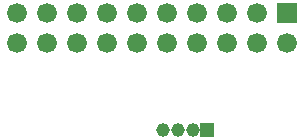
<source format=gbs>
G04*
G04 #@! TF.GenerationSoftware,Altium Limited,Altium Designer,24.5.2 (23)*
G04*
G04 Layer_Color=16711935*
%FSLAX25Y25*%
%MOIN*%
G70*
G04*
G04 #@! TF.SameCoordinates,C24EFD6F-B051-405E-BDC2-D8122115FF76*
G04*
G04*
G04 #@! TF.FilePolarity,Negative*
G04*
G01*
G75*
%ADD13C,0.04559*%
%ADD14R,0.04559X0.04559*%
%ADD15R,0.06614X0.06614*%
%ADD16C,0.06614*%
D13*
X171158Y148000D02*
D03*
X176079D02*
D03*
X181000D02*
D03*
D14*
X185921D02*
D03*
D15*
X212500Y187000D02*
D03*
D16*
Y177000D02*
D03*
X202500Y187000D02*
D03*
Y177000D02*
D03*
X192500Y187000D02*
D03*
Y177000D02*
D03*
X182500Y187000D02*
D03*
Y177000D02*
D03*
X172500Y187000D02*
D03*
Y177000D02*
D03*
X162500Y187000D02*
D03*
Y177000D02*
D03*
X152500Y187000D02*
D03*
Y177000D02*
D03*
X142500Y187000D02*
D03*
Y177000D02*
D03*
X132500Y187000D02*
D03*
Y177000D02*
D03*
X122500Y187000D02*
D03*
Y177000D02*
D03*
M02*

</source>
